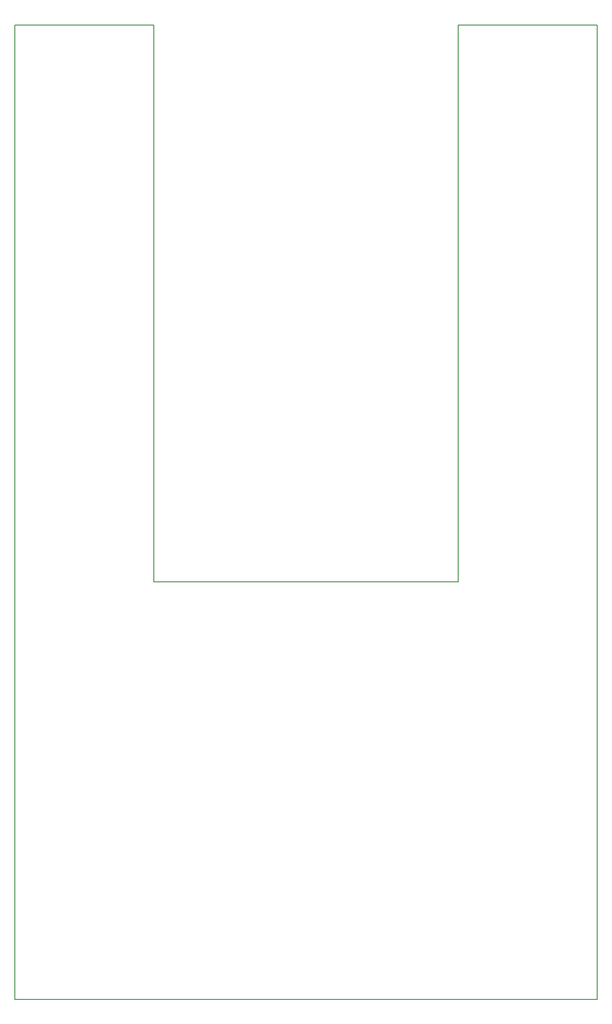
<source format=gm1>
G04 #@! TF.GenerationSoftware,KiCad,Pcbnew,(5.1.2)-1*
G04 #@! TF.CreationDate,2019-06-02T19:05:48-04:00*
G04 #@! TF.ProjectId,converter,636f6e76-6572-4746-9572-2e6b69636164,rev?*
G04 #@! TF.SameCoordinates,Original*
G04 #@! TF.FileFunction,Profile,NP*
%FSLAX46Y46*%
G04 Gerber Fmt 4.6, Leading zero omitted, Abs format (unit mm)*
G04 Created by KiCad (PCBNEW (5.1.2)-1) date 2019-06-02 19:05:48*
%MOMM*%
%LPD*%
G04 APERTURE LIST*
%ADD10C,0.150000*%
G04 APERTURE END LIST*
D10*
X170929300Y-215005920D02*
X64566800Y-215005920D01*
X170929300Y-37205920D02*
X170929300Y-215005920D01*
X145529300Y-37205920D02*
X170929300Y-37205920D01*
X145529300Y-138805920D02*
X145529300Y-37205920D01*
X89966800Y-138805920D02*
X145529300Y-138805920D01*
X89966800Y-37205920D02*
X89966800Y-138805920D01*
X64566800Y-37205920D02*
X89966800Y-37205920D01*
X64566800Y-37205920D02*
X64566800Y-215005920D01*
M02*

</source>
